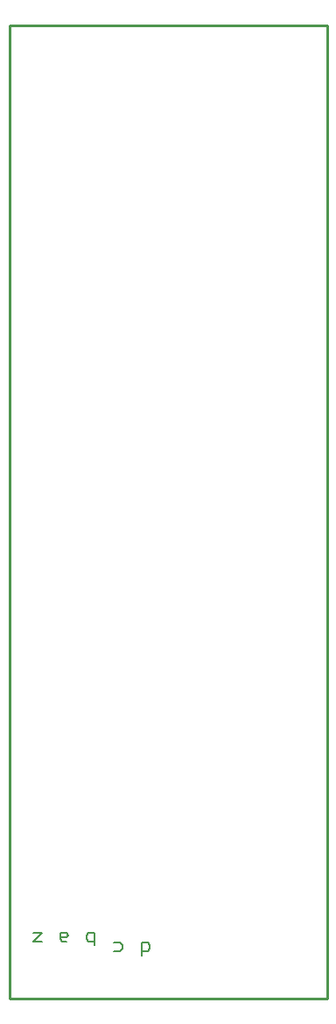
<source format=gm1>
%FSLAX25Y25*%
%MOIN*%
G70*
G01*
G75*
G04 Layer_Color=13278208*
%ADD10C,0.11811*%
%ADD11C,0.18110*%
%ADD12C,0.05906*%
%ADD13R,0.03937X0.03543*%
%ADD14C,0.01000*%
%ADD15C,0.00787*%
%ADD16C,0.00700*%
%ADD17C,0.12611*%
%ADD18C,0.18910*%
%ADD19C,0.06706*%
%ADD20R,0.04737X0.04343*%
D14*
X-11000Y360000D02*
X110000D01*
Y-10000D02*
Y360000D01*
X-11000Y-10000D02*
X110000D01*
X-11000D02*
Y360000D01*
D15*
X39351Y6372D02*
Y11095D01*
X41713D01*
X42500Y10308D01*
Y8734D01*
X41713Y7947D01*
X39351D01*
X1378Y11667D02*
X-1771D01*
X1378Y14816D01*
X-1771D01*
X10713Y11667D02*
X9139D01*
X8351Y12454D01*
Y14816D01*
X10713D01*
X11500Y14029D01*
X10713Y13241D01*
X8351D01*
X21500Y10093D02*
Y14816D01*
X19139D01*
X18351Y14029D01*
Y13241D01*
Y12454D01*
X19139Y11667D01*
X21500D01*
X28851Y7947D02*
X31213D01*
X32000Y8734D01*
Y10308D01*
X31213Y11095D01*
X28851D01*
M02*

</source>
